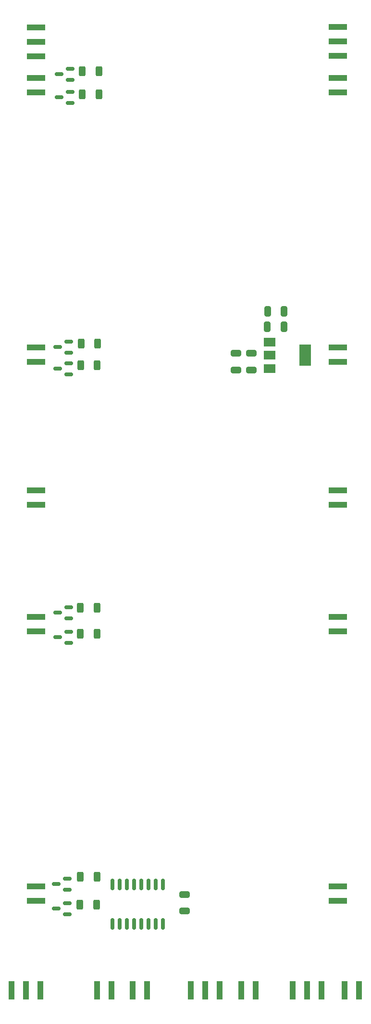
<source format=gbr>
%TF.GenerationSoftware,KiCad,Pcbnew,(6.0.7-1)-1*%
%TF.CreationDate,2022-12-02T15:43:41+01:00*%
%TF.ProjectId,8x3,3878332e-6b69-4636-9164-5f7063625858,rev?*%
%TF.SameCoordinates,Original*%
%TF.FileFunction,Paste,Bot*%
%TF.FilePolarity,Positive*%
%FSLAX46Y46*%
G04 Gerber Fmt 4.6, Leading zero omitted, Abs format (unit mm)*
G04 Created by KiCad (PCBNEW (6.0.7-1)-1) date 2022-12-02 15:43:41*
%MOMM*%
%LPD*%
G01*
G04 APERTURE LIST*
G04 Aperture macros list*
%AMRoundRect*
0 Rectangle with rounded corners*
0 $1 Rounding radius*
0 $2 $3 $4 $5 $6 $7 $8 $9 X,Y pos of 4 corners*
0 Add a 4 corners polygon primitive as box body*
4,1,4,$2,$3,$4,$5,$6,$7,$8,$9,$2,$3,0*
0 Add four circle primitives for the rounded corners*
1,1,$1+$1,$2,$3*
1,1,$1+$1,$4,$5*
1,1,$1+$1,$6,$7*
1,1,$1+$1,$8,$9*
0 Add four rect primitives between the rounded corners*
20,1,$1+$1,$2,$3,$4,$5,0*
20,1,$1+$1,$4,$5,$6,$7,0*
20,1,$1+$1,$6,$7,$8,$9,0*
20,1,$1+$1,$8,$9,$2,$3,0*%
G04 Aperture macros list end*
%ADD10RoundRect,0.250000X0.312500X0.625000X-0.312500X0.625000X-0.312500X-0.625000X0.312500X-0.625000X0*%
%ADD11RoundRect,0.250000X0.325000X0.650000X-0.325000X0.650000X-0.325000X-0.650000X0.325000X-0.650000X0*%
%ADD12R,3.200000X1.020000*%
%ADD13RoundRect,0.250000X0.650000X-0.325000X0.650000X0.325000X-0.650000X0.325000X-0.650000X-0.325000X0*%
%ADD14RoundRect,0.150000X0.587500X0.150000X-0.587500X0.150000X-0.587500X-0.150000X0.587500X-0.150000X0*%
%ADD15R,1.020000X3.200000*%
%ADD16RoundRect,0.150000X0.150000X-0.837500X0.150000X0.837500X-0.150000X0.837500X-0.150000X-0.837500X0*%
%ADD17R,2.000000X1.500000*%
%ADD18R,2.000000X3.800000*%
G04 APERTURE END LIST*
D10*
%TO.C,R4*%
X34172500Y-102770000D03*
X31247500Y-102770000D03*
%TD*%
%TO.C,R1*%
X34482500Y-51054000D03*
X31557500Y-51054000D03*
%TD*%
D11*
%TO.C,CI2*%
X67105000Y-95950000D03*
X64155000Y-95950000D03*
%TD*%
D12*
%TO.C,J7*%
X76590000Y-48305000D03*
X76590000Y-45765000D03*
X76590000Y-43225000D03*
%TD*%
D13*
%TO.C,CI5*%
X58610000Y-103575000D03*
X58610000Y-100625000D03*
%TD*%
D10*
%TO.C,R8*%
X34062500Y-197690000D03*
X31137500Y-197690000D03*
%TD*%
D12*
%TO.C,J10*%
X76590000Y-124730000D03*
X76590000Y-127270000D03*
%TD*%
D14*
%TO.C,Q7*%
X28877500Y-193106000D03*
X28877500Y-195006000D03*
X27002500Y-194056000D03*
%TD*%
%TO.C,Q2*%
X29385500Y-54676000D03*
X29385500Y-56576000D03*
X27510500Y-55626000D03*
%TD*%
D15*
%TO.C,J14*%
X36720000Y-212690000D03*
X34180000Y-212690000D03*
%TD*%
D12*
%TO.C,J9*%
X76590000Y-99610000D03*
X76590000Y-102150000D03*
%TD*%
D14*
%TO.C,Q3*%
X29131500Y-98618000D03*
X29131500Y-100518000D03*
X27256500Y-99568000D03*
%TD*%
D10*
%TO.C,R7*%
X34162500Y-192780000D03*
X31237500Y-192780000D03*
%TD*%
D12*
%TO.C,J2*%
X23410000Y-54750000D03*
X23410000Y-52210000D03*
%TD*%
D13*
%TO.C,CI1*%
X49590000Y-198785000D03*
X49590000Y-195835000D03*
%TD*%
D14*
%TO.C,Q8*%
X28877500Y-197424000D03*
X28877500Y-199324000D03*
X27002500Y-198374000D03*
%TD*%
D12*
%TO.C,J11*%
X76590000Y-147010000D03*
X76590000Y-149550000D03*
%TD*%
%TO.C,J3*%
X23410000Y-102150000D03*
X23410000Y-99610000D03*
%TD*%
D16*
%TO.C,UI1*%
X45795000Y-201032500D03*
X44525000Y-201032500D03*
X43255000Y-201032500D03*
X41985000Y-201032500D03*
X40715000Y-201032500D03*
X39445000Y-201032500D03*
X38175000Y-201032500D03*
X36905000Y-201032500D03*
X36905000Y-194107500D03*
X38175000Y-194107500D03*
X39445000Y-194107500D03*
X40715000Y-194107500D03*
X41985000Y-194107500D03*
X43255000Y-194107500D03*
X44525000Y-194107500D03*
X45795000Y-194107500D03*
%TD*%
D15*
%TO.C,J17*%
X62140000Y-212760000D03*
X59600000Y-212760000D03*
%TD*%
D14*
%TO.C,Q5*%
X29131500Y-145354000D03*
X29131500Y-147254000D03*
X27256500Y-146304000D03*
%TD*%
D10*
%TO.C,R2*%
X34482500Y-55118000D03*
X31557500Y-55118000D03*
%TD*%
D15*
%TO.C,J15*%
X42960000Y-212690000D03*
X40420000Y-212690000D03*
%TD*%
D12*
%TO.C,J4*%
X23410000Y-127270000D03*
X23410000Y-124730000D03*
%TD*%
D10*
%TO.C,R3*%
X34282500Y-98960000D03*
X31357500Y-98960000D03*
%TD*%
%TO.C,R6*%
X34152500Y-149990000D03*
X31227500Y-149990000D03*
%TD*%
D13*
%TO.C,CI4*%
X61380000Y-103555000D03*
X61380000Y-100605000D03*
%TD*%
D12*
%TO.C,J12*%
X76590000Y-194410000D03*
X76590000Y-196950000D03*
%TD*%
%TO.C,J1*%
X23410000Y-43325000D03*
X23410000Y-45865000D03*
X23410000Y-48405000D03*
%TD*%
%TO.C,J5*%
X23410000Y-149550000D03*
X23410000Y-147010000D03*
%TD*%
D11*
%TO.C,CI3*%
X67135000Y-93270000D03*
X64185000Y-93270000D03*
%TD*%
D14*
%TO.C,Q1*%
X29385500Y-50612000D03*
X29385500Y-52512000D03*
X27510500Y-51562000D03*
%TD*%
D15*
%TO.C,J19*%
X80350000Y-212690000D03*
X77810000Y-212690000D03*
%TD*%
D17*
%TO.C,UI2*%
X64530000Y-103300000D03*
X64530000Y-101000000D03*
X64530000Y-98700000D03*
D18*
X70830000Y-101000000D03*
%TD*%
D14*
%TO.C,Q6*%
X29131500Y-149672000D03*
X29131500Y-151572000D03*
X27256500Y-150622000D03*
%TD*%
%TO.C,Q4*%
X29131500Y-102428000D03*
X29131500Y-104328000D03*
X27256500Y-103378000D03*
%TD*%
D12*
%TO.C,J8*%
X76590000Y-52210000D03*
X76590000Y-54750000D03*
%TD*%
D15*
%TO.C,J16*%
X50685000Y-212690000D03*
X53225000Y-212690000D03*
X55765000Y-212690000D03*
%TD*%
%TO.C,J13*%
X19130000Y-212690000D03*
X21670000Y-212690000D03*
X24210000Y-212690000D03*
%TD*%
D12*
%TO.C,J6*%
X23410000Y-196950000D03*
X23410000Y-194410000D03*
%TD*%
D15*
%TO.C,J18*%
X68660000Y-212690000D03*
X71200000Y-212690000D03*
X73740000Y-212690000D03*
%TD*%
D10*
%TO.C,R5*%
X34152500Y-145430000D03*
X31227500Y-145430000D03*
%TD*%
M02*

</source>
